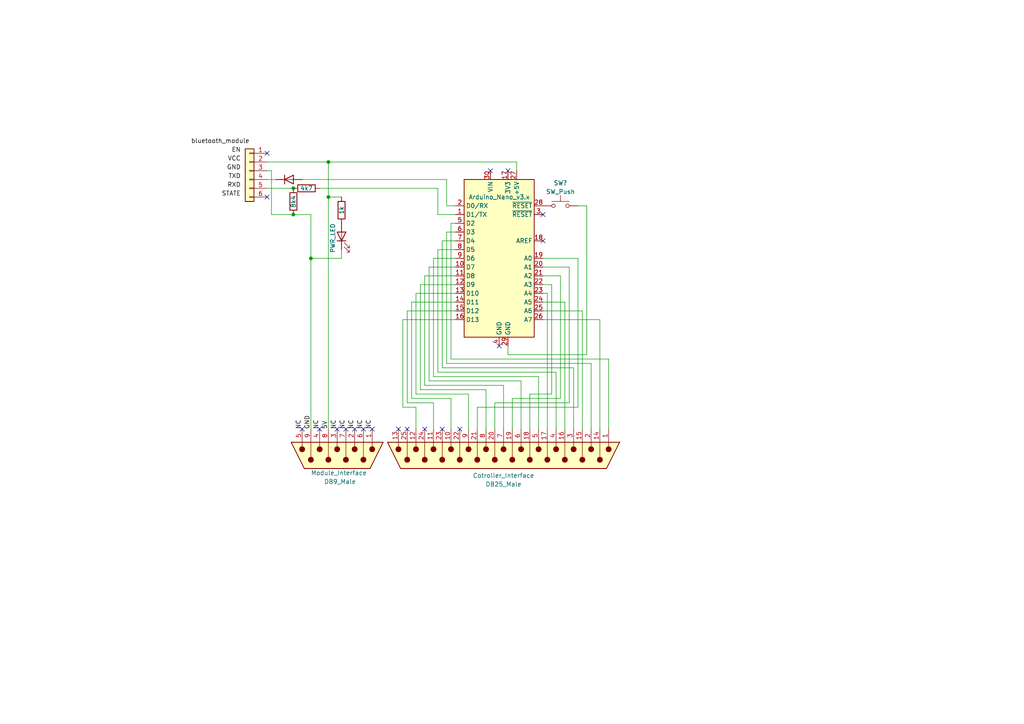
<source format=kicad_sch>
(kicad_sch (version 20211123) (generator eeschema)
  (paper "A4")
  (lib_symbols
    (symbol "Connector:DB25_Male" (pin_names (offset 1.016) hide)
      (property "Reference" "J" (at 0 34.29 0))
      (property "Value" "DB25_Male" (at 0 -34.925 0))
      (symbol "DB25_Male_0_1"
        (circle (center -1.778 -30.48) (radius 0.762) (fill (type outline)))
        (circle (center -1.778 -25.4) (radius 0.762) (fill (type outline)))
        (circle (center -1.778 -20.32) (radius 0.762) (fill (type outline)))
        (circle (center -1.778 -15.24) (radius 0.762) (fill (type outline)))
        (circle (center -1.778 -10.16) (radius 0.762) (fill (type outline)))
        (circle (center -1.778 -5.08) (radius 0.762) (fill (type outline)))
        (circle (center -1.778 0) (radius 0.762) (fill (type outline)))
        (circle (center -1.778 5.08) (radius 0.762) (fill (type outline)))
        (circle (center -1.778 10.16) (radius 0.762) (fill (type outline)))
        (circle (center -1.778 15.24) (radius 0.762) (fill (type outline)))
        (circle (center -1.778 20.32) (radius 0.762) (fill (type outline)))
        (circle (center -1.778 25.4) (radius 0.762) (fill (type outline)))
        (circle (center -1.778 30.48) (radius 0.762) (fill (type outline)))
        (polyline (pts (xy -3.81 -30.48) (xy -2.54 -30.48)))
        (polyline (pts (xy -3.81 -27.94) (xy 0.508 -27.94)))
        (polyline (pts (xy -3.81 -25.4) (xy -2.54 -25.4)))
        (polyline (pts (xy -3.81 -22.86) (xy 0.508 -22.86)))
        (polyline (pts (xy -3.81 -20.32) (xy -2.54 -20.32)))
        (polyline (pts (xy -3.81 -17.78) (xy 0.508 -17.78)))
        (polyline (pts (xy -3.81 -15.24) (xy -2.54 -15.24)))
        (polyline (pts (xy -3.81 -12.7) (xy 0.508 -12.7)))
        (polyline (pts (xy -3.81 -10.16) (xy -2.54 -10.16)))
        (polyline (pts (xy -3.81 -7.62) (xy 0.508 -7.62)))
        (polyline (pts (xy -3.81 -5.08) (xy -2.54 -5.08)))
        (polyline (pts (xy -3.81 -2.54) (xy 0.508 -2.54)))
        (polyline (pts (xy -3.81 0) (xy -2.54 0)))
        (polyline (pts (xy -3.81 2.54) (xy 0.508 2.54)))
        (polyline (pts (xy -3.81 5.08) (xy -2.54 5.08)))
        (polyline (pts (xy -3.81 7.62) (xy 0.508 7.62)))
        (polyline (pts (xy -3.81 10.16) (xy -2.54 10.16)))
        (polyline (pts (xy -3.81 12.7) (xy 0.508 12.7)))
        (polyline (pts (xy -3.81 15.24) (xy -2.54 15.24)))
        (polyline (pts (xy -3.81 17.78) (xy 0.508 17.78)))
        (polyline (pts (xy -3.81 20.32) (xy -2.54 20.32)))
        (polyline (pts (xy -3.81 22.86) (xy 0.508 22.86)))
        (polyline (pts (xy -3.81 25.4) (xy -2.54 25.4)))
        (polyline (pts (xy -3.81 27.94) (xy 0.508 27.94)))
        (polyline (pts (xy -3.81 30.48) (xy -2.54 30.48)))
        (polyline (pts (xy -3.81 -33.655) (xy 3.81 -29.845) (xy 3.81 29.845) (xy -3.81 33.655) (xy -3.81 -33.655)) (stroke (width 0.254)) (fill (type background)))
        (circle (center 1.27 -27.94) (radius 0.762) (fill (type outline)))
        (circle (center 1.27 -22.86) (radius 0.762) (fill (type outline)))
        (circle (center 1.27 -17.78) (radius 0.762) (fill (type outline)))
        (circle (center 1.27 -12.7) (radius 0.762) (fill (type outline)))
        (circle (center 1.27 -7.62) (radius 0.762) (fill (type outline)))
        (circle (center 1.27 -2.54) (radius 0.762) (fill (type outline)))
        (circle (center 1.27 2.54) (radius 0.762) (fill (type outline)))
        (circle (center 1.27 7.62) (radius 0.762) (fill (type outline)))
        (circle (center 1.27 12.7) (radius 0.762) (fill (type outline)))
        (circle (center 1.27 17.78) (radius 0.762) (fill (type outline)))
        (circle (center 1.27 22.86) (radius 0.762) (fill (type outline)))
        (circle (center 1.27 27.94) (radius 0.762) (fill (type outline)))
      )
      (symbol "DB25_Male_1_1"
        (pin passive line (at -7.62 -30.48 0) (length 3.81) (name "1") (number "1"))
        (pin passive line (at -7.62 15.24 0) (length 3.81) (name "10") (number "10"))
        (pin passive line (at -7.62 20.32 0) (length 3.81) (name "11") (number "11"))
        (pin passive line (at -7.62 25.4 0) (length 3.81) (name "12") (number "12"))
        (pin passive line (at -7.62 30.48 0) (length 3.81) (name "13") (number "13"))
        (pin passive line (at -7.62 -27.94 0) (length 3.81) (name "P14") (number "14"))
        (pin passive line (at -7.62 -22.86 0) (length 3.81) (name "P15") (number "15"))
        (pin passive line (at -7.62 -17.78 0) (length 3.81) (name "P16") (number "16"))
        (pin passive line (at -7.62 -12.7 0) (length 3.81) (name "P17") (number "17"))
        (pin passive line (at -7.62 -7.62 0) (length 3.81) (name "P18") (number "18"))
        (pin passive line (at -7.62 -2.54 0) (length 3.81) (name "P19") (number "19"))
        (pin passive line (at -7.62 -25.4 0) (length 3.81) (name "2") (number "2"))
        (pin passive line (at -7.62 2.54 0) (length 3.81) (name "P20") (number "20"))
        (pin passive line (at -7.62 7.62 0) (length 3.81) (name "P21") (number "21"))
        (pin passive line (at -7.62 12.7 0) (length 3.81) (name "P22") (number "22"))
        (pin passive line (at -7.62 17.78 0) (length 3.81) (name "P23") (number "23"))
        (pin passive line (at -7.62 22.86 0) (length 3.81) (name "P24") (number "24"))
        (pin passive line (at -7.62 27.94 0) (length 3.81) (name "P25") (number "25"))
        (pin passive line (at -7.62 -20.32 0) (length 3.81) (name "3") (number "3"))
        (pin passive line (at -7.62 -15.24 0) (length 3.81) (name "4") (number "4"))
        (pin passive line (at -7.62 -10.16 0) (length 3.81) (name "5") (number "5"))
        (pin passive line (at -7.62 -5.08 0) (length 3.81) (name "6") (number "6"))
        (pin passive line (at -7.62 0 0) (length 3.81) (name "7") (number "7"))
        (pin passive line (at -7.62 5.08 0) (length 3.81) (name "8") (number "8"))
        (pin passive line (at -7.62 10.16 0) (length 3.81) (name "9") (number "9"))
      )
    )
    (symbol "Connector:DB9_Male" (pin_names (offset 1.016) hide)
      (property "Reference" "J" (at 0 13.97 0))
      (property "Value" "DB9_Male" (at 0 -14.605 0))
      (symbol "DB9_Male_0_1"
        (circle (center -1.778 -10.16) (radius 0.762) (fill (type outline)))
        (circle (center -1.778 -5.08) (radius 0.762) (fill (type outline)))
        (circle (center -1.778 0) (radius 0.762) (fill (type outline)))
        (circle (center -1.778 5.08) (radius 0.762) (fill (type outline)))
        (circle (center -1.778 10.16) (radius 0.762) (fill (type outline)))
        (polyline (pts (xy -3.81 -10.16) (xy -2.54 -10.16)))
        (polyline (pts (xy -3.81 -7.62) (xy 0.508 -7.62)))
        (polyline (pts (xy -3.81 -5.08) (xy -2.54 -5.08)))
        (polyline (pts (xy -3.81 -2.54) (xy 0.508 -2.54)))
        (polyline (pts (xy -3.81 0) (xy -2.54 0)))
        (polyline (pts (xy -3.81 2.54) (xy 0.508 2.54)))
        (polyline (pts (xy -3.81 5.08) (xy -2.54 5.08)))
        (polyline (pts (xy -3.81 7.62) (xy 0.508 7.62)))
        (polyline (pts (xy -3.81 10.16) (xy -2.54 10.16)))
        (polyline (pts (xy -3.81 -13.335) (xy -3.81 13.335) (xy 3.81 9.525) (xy 3.81 -9.525) (xy -3.81 -13.335)) (stroke (width 0.254)) (fill (type background)))
        (circle (center 1.27 -7.62) (radius 0.762) (fill (type outline)))
        (circle (center 1.27 -2.54) (radius 0.762) (fill (type outline)))
        (circle (center 1.27 2.54) (radius 0.762) (fill (type outline)))
        (circle (center 1.27 7.62) (radius 0.762) (fill (type outline)))
      )
      (symbol "DB9_Male_1_1"
        (pin passive line (at -7.62 -10.16 0) (length 3.81) (name "1") (number "1"))
        (pin passive line (at -7.62 -5.08 0) (length 3.81) (name "2") (number "2"))
        (pin passive line (at -7.62 0 0) (length 3.81) (name "3") (number "3"))
        (pin passive line (at -7.62 5.08 0) (length 3.81) (name "4") (number "4"))
        (pin passive line (at -7.62 10.16 0) (length 3.81) (name "5") (number "5"))
        (pin passive line (at -7.62 -7.62 0) (length 3.81) (name "6") (number "6"))
        (pin passive line (at -7.62 -2.54 0) (length 3.81) (name "7") (number "7"))
        (pin passive line (at -7.62 2.54 0) (length 3.81) (name "8") (number "8"))
        (pin passive line (at -7.62 7.62 0) (length 3.81) (name "9") (number "9"))
      )
    )
    (symbol "Connector_Generic:Conn_01x06" (pin_names (offset 1.016) hide)
      (property "Reference" "J" (at 0 7.62 0))
      (property "Value" "Conn_01x06" (at 0 -10.16 0))
      (symbol "Conn_01x06_1_1"
        (rectangle (start -1.27 -7.493) (end 0 -7.747) (stroke (width 0.1524)))
        (rectangle (start -1.27 -4.953) (end 0 -5.207) (stroke (width 0.1524)))
        (rectangle (start -1.27 -2.413) (end 0 -2.667) (stroke (width 0.1524)))
        (rectangle (start -1.27 0.127) (end 0 -0.127) (stroke (width 0.1524)))
        (rectangle (start -1.27 2.667) (end 0 2.413) (stroke (width 0.1524)))
        (rectangle (start -1.27 5.207) (end 0 4.953) (stroke (width 0.1524)))
        (rectangle (start -1.27 6.35) (end 1.27 -8.89) (stroke (width 0.254)) (fill (type background)))
        (pin passive line (at -5.08 5.08 0) (length 3.81) (name "Pin_1") (number "1"))
        (pin passive line (at -5.08 2.54 0) (length 3.81) (name "Pin_2") (number "2"))
        (pin passive line (at -5.08 0 0) (length 3.81) (name "Pin_3") (number "3"))
        (pin passive line (at -5.08 -2.54 0) (length 3.81) (name "Pin_4") (number "4"))
        (pin passive line (at -5.08 -5.08 0) (length 3.81) (name "Pin_5") (number "5"))
        (pin passive line (at -5.08 -7.62 0) (length 3.81) (name "Pin_6") (number "6"))
      )
    )
    (symbol "Device:D" (pin_numbers hide) (pin_names (offset 1.016) hide)
      (property "Reference" "D" (at 0 2.54 0))
      (property "Value" "D" (at 0 -2.54 0))
      (symbol "D_0_1"
        (polyline (pts (xy -1.27 1.27) (xy -1.27 -1.27)) (stroke (width 0.254)))
        (polyline (pts (xy 1.27 0) (xy -1.27 0)))
        (polyline (pts (xy 1.27 1.27) (xy 1.27 -1.27) (xy -1.27 0) (xy 1.27 1.27)) (stroke (width 0.254)))
      )
      (symbol "D_1_1"
        (pin passive line (at -3.81 0 0) (length 2.54) (name "K") (number "1"))
        (pin passive line (at 3.81 0 180) (length 2.54) (name "A") (number "2"))
      )
    )
    (symbol "Device:LED" (pin_numbers hide) (pin_names (offset 1.016) hide)
      (property "Reference" "D" (at 0 2.54 0))
      (property "Value" "LED" (at 0 -2.54 0))
      (symbol "LED_0_1"
        (polyline (pts (xy -1.27 -1.27) (xy -1.27 1.27)) (stroke (width 0.254)))
        (polyline (pts (xy -1.27 0) (xy 1.27 0)))
        (polyline (pts (xy 1.27 -1.27) (xy 1.27 1.27) (xy -1.27 0) (xy 1.27 -1.27)) (stroke (width 0.254)))
        (polyline (pts (xy -3.048 -0.762) (xy -4.572 -2.286) (xy -3.81 -2.286) (xy -4.572 -2.286) (xy -4.572 -1.524)))
        (polyline (pts (xy -1.778 -0.762) (xy -3.302 -2.286) (xy -2.54 -2.286) (xy -3.302 -2.286) (xy -3.302 -1.524)))
      )
      (symbol "LED_1_1"
        (pin passive line (at -3.81 0 0) (length 2.54) (name "K") (number "1"))
        (pin passive line (at 3.81 0 180) (length 2.54) (name "A") (number "2"))
      )
    )
    (symbol "Device:R" (pin_numbers hide) (pin_names (offset 0))
      (property "Reference" "R" (at 2.032 0 90))
      (property "Value" "R" (at 0 0 90))
      (symbol "R_0_1"
        (rectangle (start -1.016 -2.54) (end 1.016 2.54) (stroke (width 0.254)))
      )
      (symbol "R_1_1"
        (pin passive line (at 0 3.81 270) (length 1.27) (name "~") (number "1"))
        (pin passive line (at 0 -3.81 90) (length 1.27) (name "~") (number "2"))
      )
    )
    (symbol "MCU_Module:Arduino_Nano_v3.x"
      (property "Reference" "A" (at -10.16 23.495 0))
      (property "Value" "Arduino_Nano_v3.x" (at 5.08 -24.13 0))
      (symbol "Arduino_Nano_v3.x_0_1"
        (rectangle (start -10.16 22.86) (end 10.16 -22.86) (stroke (width 0.254)) (fill (type background)))
      )
      (symbol "Arduino_Nano_v3.x_1_1"
        (pin bidirectional line (at -12.7 12.7 0) (length 2.54) (name "D1/TX") (number "1"))
        (pin bidirectional line (at -12.7 -2.54 0) (length 2.54) (name "D7") (number "10"))
        (pin bidirectional line (at -12.7 -5.08 0) (length 2.54) (name "D8") (number "11"))
        (pin bidirectional line (at -12.7 -7.62 0) (length 2.54) (name "D9") (number "12"))
        (pin bidirectional line (at -12.7 -10.16 0) (length 2.54) (name "D10") (number "13"))
        (pin bidirectional line (at -12.7 -12.7 0) (length 2.54) (name "D11") (number "14"))
        (pin bidirectional line (at -12.7 -15.24 0) (length 2.54) (name "D12") (number "15"))
        (pin bidirectional line (at -12.7 -17.78 0) (length 2.54) (name "D13") (number "16"))
        (pin power_out line (at 2.54 25.4 270) (length 2.54) (name "3V3") (number "17"))
        (pin input line (at 12.7 5.08 180) (length 2.54) (name "AREF") (number "18"))
        (pin bidirectional line (at 12.7 0 180) (length 2.54) (name "A0") (number "19"))
        (pin bidirectional line (at -12.7 15.24 0) (length 2.54) (name "D0/RX") (number "2"))
        (pin bidirectional line (at 12.7 -2.54 180) (length 2.54) (name "A1") (number "20"))
        (pin bidirectional line (at 12.7 -5.08 180) (length 2.54) (name "A2") (number "21"))
        (pin bidirectional line (at 12.7 -7.62 180) (length 2.54) (name "A3") (number "22"))
        (pin bidirectional line (at 12.7 -10.16 180) (length 2.54) (name "A4") (number "23"))
        (pin bidirectional line (at 12.7 -12.7 180) (length 2.54) (name "A5") (number "24"))
        (pin bidirectional line (at 12.7 -15.24 180) (length 2.54) (name "A6") (number "25"))
        (pin bidirectional line (at 12.7 -17.78 180) (length 2.54) (name "A7") (number "26"))
        (pin power_out line (at 5.08 25.4 270) (length 2.54) (name "+5V") (number "27"))
        (pin input line (at 12.7 15.24 180) (length 2.54) (name "~{RESET}") (number "28"))
        (pin power_in line (at 2.54 -25.4 90) (length 2.54) (name "GND") (number "29"))
        (pin input line (at 12.7 12.7 180) (length 2.54) (name "~{RESET}") (number "3"))
        (pin power_in line (at -2.54 25.4 270) (length 2.54) (name "VIN") (number "30"))
        (pin power_in line (at 0 -25.4 90) (length 2.54) (name "GND") (number "4"))
        (pin bidirectional line (at -12.7 10.16 0) (length 2.54) (name "D2") (number "5"))
        (pin bidirectional line (at -12.7 7.62 0) (length 2.54) (name "D3") (number "6"))
        (pin bidirectional line (at -12.7 5.08 0) (length 2.54) (name "D4") (number "7"))
        (pin bidirectional line (at -12.7 2.54 0) (length 2.54) (name "D5") (number "8"))
        (pin bidirectional line (at -12.7 0 0) (length 2.54) (name "D6") (number "9"))
      )
    )
    (symbol "Switch:SW_Push" (pin_numbers hide) (pin_names (offset 1.016) hide)
      (property "Reference" "SW" (at 1.27 2.54 0))
      (property "Value" "SW_Push" (at 0 -1.524 0))
      (symbol "SW_Push_0_1"
        (circle (center -2.032 0) (radius 0.508))
        (polyline (pts (xy 0 1.27) (xy 0 3.048)))
        (polyline (pts (xy 2.54 1.27) (xy -2.54 1.27)))
        (circle (center 2.032 0) (radius 0.508))
        (pin passive line (at -5.08 0 0) (length 2.54) (name "1") (number "1"))
        (pin passive line (at 5.08 0 180) (length 2.54) (name "2") (number "2"))
      )
    )
  )
  (junction (at 85.09 54.61))
  (junction (at 85.09 62.23))
  (junction (at 95.25 57.15))
  (junction (at 95.25 46.99))
  (junction (at 90.17 74.93))
  (no_connect (at 77.47 57.15))
  (no_connect (at 157.48 62.23))
  (no_connect (at 128.27 124.46))
  (no_connect (at 105.41 124.46))
  (no_connect (at 102.87 124.46))
  (no_connect (at 147.32 49.53))
  (no_connect (at 157.48 69.85))
  (no_connect (at 133.35 124.46))
  (no_connect (at 107.95 124.46))
  (no_connect (at 118.11 124.46))
  (no_connect (at 115.57 124.46))
  (no_connect (at 92.71 124.46))
  (no_connect (at 123.19 124.46))
  (no_connect (at 144.78 100.33))
  (no_connect (at 77.47 44.45))
  (no_connect (at 87.63 124.46))
  (no_connect (at 100.33 124.46))
  (no_connect (at 97.79 124.46))
  (no_connect (at 142.24 49.53))
  (wire (pts (xy 151.13 124.46) (xy 151.13 110.49)))
  (wire (pts (xy 170.18 59.69) (xy 167.64 59.69)))
  (wire (pts (xy 95.25 46.99) (xy 95.25 57.15)))
  (wire (pts (xy 171.45 105.41) (xy 129.54 105.41)))
  (wire (pts (xy 171.45 124.46) (xy 171.45 105.41)))
  (wire (pts (xy 162.56 115.57) (xy 162.56 80.01)))
  (wire (pts (xy 118.11 90.17) (xy 118.11 116.84)))
  (wire (pts (xy 148.59 115.57) (xy 162.56 115.57)))
  (wire (pts (xy 153.67 114.3) (xy 160.02 114.3)))
  (wire (pts (xy 132.08 69.85) (xy 128.27 69.85)))
  (wire (pts (xy 130.81 104.14) (xy 176.53 104.14)))
  (wire (pts (xy 176.53 104.14) (xy 176.53 124.46)))
  (wire (pts (xy 127 54.61) (xy 127 62.23)))
  (wire (pts (xy 78.74 49.53) (xy 78.74 62.23)))
  (wire (pts (xy 124.46 77.47) (xy 132.08 77.47)))
  (wire (pts (xy 119.38 115.57) (xy 119.38 87.63)))
  (wire (pts (xy 95.25 57.15) (xy 99.06 57.15)))
  (wire (pts (xy 121.92 113.03) (xy 121.92 82.55)))
  (wire (pts (xy 130.81 124.46) (xy 130.81 115.57)))
  (wire (pts (xy 138.43 118.11) (xy 138.43 124.46)))
  (wire (pts (xy 92.71 54.61) (xy 127 54.61)))
  (wire (pts (xy 125.73 74.93) (xy 125.73 109.22)))
  (wire (pts (xy 129.54 67.31) (xy 132.08 67.31)))
  (wire (pts (xy 90.17 62.23) (xy 90.17 74.93)))
  (wire (pts (xy 77.47 54.61) (xy 85.09 54.61)))
  (wire (pts (xy 129.54 59.69) (xy 132.08 59.69)))
  (wire (pts (xy 118.11 116.84) (xy 125.73 116.84)))
  (wire (pts (xy 95.25 46.99) (xy 149.86 46.99)))
  (wire (pts (xy 123.19 80.01) (xy 123.19 111.76)))
  (wire (pts (xy 173.99 92.71) (xy 157.48 92.71)))
  (wire (pts (xy 90.17 74.93) (xy 99.06 74.93)))
  (wire (pts (xy 157.48 74.93) (xy 167.64 74.93)))
  (wire (pts (xy 125.73 109.22) (xy 156.21 109.22)))
  (wire (pts (xy 132.08 90.17) (xy 118.11 90.17)))
  (wire (pts (xy 128.27 106.68) (xy 166.37 106.68)))
  (wire (pts (xy 99.06 72.39) (xy 99.06 74.93)))
  (wire (pts (xy 163.83 124.46) (xy 163.83 87.63)))
  (wire (pts (xy 127 107.95) (xy 127 72.39)))
  (wire (pts (xy 128.27 69.85) (xy 128.27 106.68)))
  (wire (pts (xy 116.84 92.71) (xy 132.08 92.71)))
  (wire (pts (xy 121.92 82.55) (xy 132.08 82.55)))
  (wire (pts (xy 166.37 106.68) (xy 166.37 124.46)))
  (wire (pts (xy 161.29 107.95) (xy 127 107.95)))
  (wire (pts (xy 123.19 80.01) (xy 132.08 80.01)))
  (wire (pts (xy 120.65 85.09) (xy 120.65 114.3)))
  (wire (pts (xy 140.97 124.46) (xy 140.97 113.03)))
  (wire (pts (xy 170.18 102.87) (xy 170.18 59.69)))
  (wire (pts (xy 129.54 52.07) (xy 87.63 52.07)))
  (wire (pts (xy 148.59 124.46) (xy 148.59 115.57)))
  (wire (pts (xy 147.32 102.87) (xy 170.18 102.87)))
  (wire (pts (xy 163.83 87.63) (xy 157.48 87.63)))
  (wire (pts (xy 151.13 110.49) (xy 124.46 110.49)))
  (wire (pts (xy 161.29 124.46) (xy 161.29 107.95)))
  (wire (pts (xy 85.09 62.23) (xy 90.17 62.23)))
  (wire (pts (xy 149.86 46.99) (xy 149.86 49.53)))
  (wire (pts (xy 135.89 114.3) (xy 135.89 124.46)))
  (wire (pts (xy 129.54 59.69) (xy 129.54 52.07)))
  (wire (pts (xy 78.74 62.23) (xy 85.09 62.23)))
  (wire (pts (xy 129.54 105.41) (xy 129.54 67.31)))
  (wire (pts (xy 158.75 85.09) (xy 157.48 85.09)))
  (wire (pts (xy 130.81 115.57) (xy 119.38 115.57)))
  (wire (pts (xy 120.65 114.3) (xy 135.89 114.3)))
  (wire (pts (xy 120.65 118.11) (xy 116.84 118.11)))
  (wire (pts (xy 77.47 46.99) (xy 95.25 46.99)))
  (wire (pts (xy 168.91 124.46) (xy 168.91 90.17)))
  (wire (pts (xy 116.84 118.11) (xy 116.84 92.71)))
  (wire (pts (xy 146.05 111.76) (xy 146.05 124.46)))
  (wire (pts (xy 124.46 110.49) (xy 124.46 77.47)))
  (wire (pts (xy 160.02 114.3) (xy 160.02 82.55)))
  (wire (pts (xy 120.65 124.46) (xy 120.65 118.11)))
  (wire (pts (xy 173.99 124.46) (xy 173.99 92.71)))
  (wire (pts (xy 125.73 116.84) (xy 125.73 124.46)))
  (wire (pts (xy 167.64 74.93) (xy 167.64 118.11)))
  (wire (pts (xy 127 72.39) (xy 132.08 72.39)))
  (wire (pts (xy 130.81 64.77) (xy 130.81 104.14)))
  (wire (pts (xy 77.47 49.53) (xy 78.74 49.53)))
  (wire (pts (xy 140.97 113.03) (xy 121.92 113.03)))
  (wire (pts (xy 143.51 124.46) (xy 143.51 116.84)))
  (wire (pts (xy 162.56 80.01) (xy 157.48 80.01)))
  (wire (pts (xy 143.51 116.84) (xy 165.1 116.84)))
  (wire (pts (xy 165.1 116.84) (xy 165.1 77.47)))
  (wire (pts (xy 132.08 64.77) (xy 130.81 64.77)))
  (wire (pts (xy 153.67 124.46) (xy 153.67 114.3)))
  (wire (pts (xy 132.08 85.09) (xy 120.65 85.09)))
  (wire (pts (xy 165.1 77.47) (xy 157.48 77.47)))
  (wire (pts (xy 168.91 90.17) (xy 157.48 90.17)))
  (wire (pts (xy 160.02 82.55) (xy 157.48 82.55)))
  (wire (pts (xy 127 62.23) (xy 132.08 62.23)))
  (wire (pts (xy 119.38 87.63) (xy 132.08 87.63)))
  (wire (pts (xy 158.75 124.46) (xy 158.75 85.09)))
  (wire (pts (xy 147.32 100.33) (xy 147.32 102.87)))
  (wire (pts (xy 80.01 52.07) (xy 77.47 52.07)))
  (wire (pts (xy 167.64 118.11) (xy 138.43 118.11)))
  (wire (pts (xy 95.25 57.15) (xy 95.25 124.46)))
  (wire (pts (xy 123.19 111.76) (xy 146.05 111.76)))
  (wire (pts (xy 132.08 74.93) (xy 125.73 74.93)))
  (wire (pts (xy 156.21 109.22) (xy 156.21 124.46)))
  (wire (pts (xy 90.17 74.93) (xy 90.17 124.46)))
  (label "VCC" (at 69.85 46.99 180))
  (label "NC" (at 100.33 124.46 90))
  (label "GND" (at 90.17 124.46 90))
  (label "TXD" (at 69.85 52.07 180))
  (label "NC" (at 92.71 124.46 90))
  (label "EN" (at 69.85 44.45 180))
  (label "GND" (at 69.85 49.53 180))
  (label "NC" (at 97.79 124.46 90))
  (label "RXD" (at 69.85 54.61 180))
  (label "NC" (at 87.63 124.46 90))
  (label "NC" (at 102.87 124.46 90))
  (label "NC" (at 105.41 124.46 90))
  (label "STATE" (at 69.85 57.15 180))
  (label "5V" (at 95.25 124.46 90))
  (label "NC" (at 107.95 124.46 90))
  (label "bluetooth_module" (at 72.39 41.91 180))
  (symbol (lib_id "Connector:DB9_Male") (at 97.79 132.08 90) (mirror x) (unit 1)
    (property "Reference" "Module_Interface" (at 90.17 137.16 90) (effects (justify right)))
    (property "Value" "DB9_Male" (at 93.98 139.7 90) (effects (justify right)))
    (property "Datasheet" " ~" (effects hide))
  )
  (symbol (lib_id "Connector:DB25_Male") (at 146.05 132.08 90) (mirror x) (unit 1)
    (property "Reference" "Cotroller_Interface" (at 146.05 137.9204 90))
    (property "Value" "DB25_Male" (at 146.05 140.4573 90))
    (property "Datasheet" " ~" (effects hide))
  )
  (symbol (lib_id "Device:LED") (at 99.06 68.58 90) (unit 1)
    (property "Reference" "D?" (effects hide))
    (property "Value" "PWR_LED" (at 96.52 64.77 0) (effects (justify right)))
  )
  (symbol (lib_id "Device:D") (at 83.82 52.07 0) (unit 1)
    (property "Reference" "D?" (effects hide))
    (property "Value" "D" (effects hide))
  )
  (symbol (lib_id "Switch:SW_Push") (at 162.56 59.69 0) (unit 1)
    (property "Reference" "SW?" (at 162.56 53.0692 0))
    (property "Value" "SW_Push" (at 162.56 55.6061 0))
  )
  (symbol (lib_id "MCU_Module:Arduino_Nano_v3.x") (at 144.78 74.93 0) (unit 1)
    (property "Reference" "A?" (effects hide))
    (property "Value" "Arduino_Nano_v3.x" (at 135.89 57.15 0) (effects (justify left)))
    (property "Footprint" "Module:Arduino_Nano" (effects hide))
    (property "Datasheet" "http://www.mouser.com/pdfdocs/Gravitech_Arduino_Nano3_0.pdf" (effects hide))
  )
  (symbol (lib_id "Device:R") (at 99.06 60.96 0) (unit 1)
    (property "Reference" "R?" (effects hide))
    (property "Value" "1k" (at 99.06 62.23 90) (effects (justify left)))
  )
  (symbol (lib_id "Device:R") (at 85.09 58.42 0) (unit 1)
    (property "Reference" "R?" (effects hide))
    (property "Value" "8k4" (at 85.09 60.325 90) (effects (justify left)))
  )
  (symbol (lib_id "Device:R") (at 88.9 54.61 90) (unit 1)
    (property "Reference" "R?" (effects hide))
    (property "Value" "4k7" (at 88.9 54.61 90))
  )
  (symbol (lib_id "Connector_Generic:Conn_01x06") (at 72.39 49.53 0) (mirror y) (unit 1)
    (property "Reference" "J?" (effects hide))
    (property "Value" "Conn_01x06" (effects hide))
  )
)
</source>
